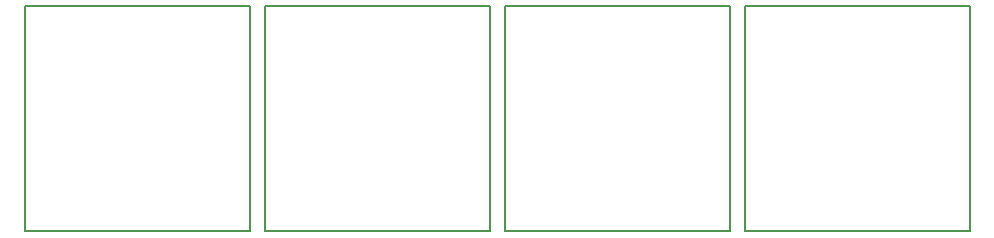
<source format=gbr>
%TF.GenerationSoftware,KiCad,Pcbnew,(5.1.10)-1*%
%TF.CreationDate,2021-07-06T12:32:42-04:00*%
%TF.ProjectId,MacroPad,4d616372-6f50-4616-942e-6b696361645f,rev?*%
%TF.SameCoordinates,Original*%
%TF.FileFunction,OtherDrawing,Comment*%
%FSLAX46Y46*%
G04 Gerber Fmt 4.6, Leading zero omitted, Abs format (unit mm)*
G04 Created by KiCad (PCBNEW (5.1.10)-1) date 2021-07-06 12:32:42*
%MOMM*%
%LPD*%
G01*
G04 APERTURE LIST*
%ADD10C,0.150000*%
G04 APERTURE END LIST*
D10*
%TO.C,SW1*%
X133985000Y-92075000D02*
X133985000Y-73025000D01*
X153035000Y-92075000D02*
X133985000Y-92075000D01*
X153035000Y-73025000D02*
X153035000Y-92075000D01*
X133985000Y-73025000D02*
X153035000Y-73025000D01*
%TO.C,SW3*%
X154305000Y-73025000D02*
X173355000Y-73025000D01*
X173355000Y-73025000D02*
X173355000Y-92075000D01*
X173355000Y-92075000D02*
X154305000Y-92075000D01*
X154305000Y-92075000D02*
X154305000Y-73025000D01*
%TO.C,SW4*%
X174625000Y-92075000D02*
X174625000Y-73025000D01*
X193675000Y-92075000D02*
X174625000Y-92075000D01*
X193675000Y-73025000D02*
X193675000Y-92075000D01*
X174625000Y-73025000D02*
X193675000Y-73025000D01*
%TO.C,SW5*%
X194945000Y-73025000D02*
X213995000Y-73025000D01*
X213995000Y-73025000D02*
X213995000Y-92075000D01*
X213995000Y-92075000D02*
X194945000Y-92075000D01*
X194945000Y-92075000D02*
X194945000Y-73025000D01*
%TD*%
M02*

</source>
